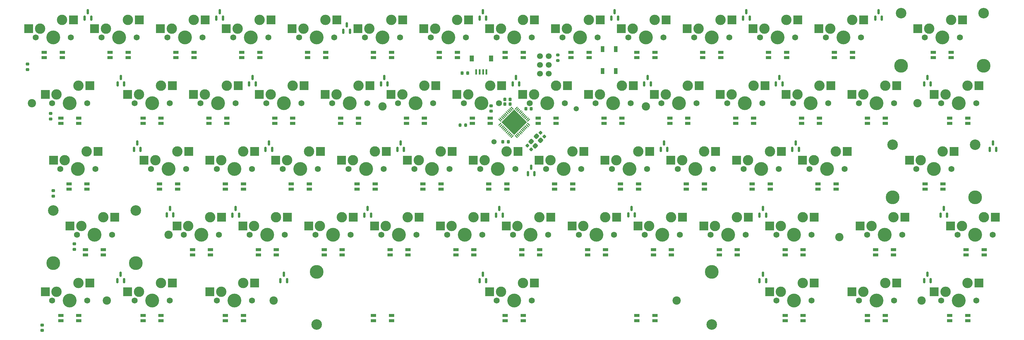
<source format=gbr>
%TF.GenerationSoftware,KiCad,Pcbnew,7.0.1*%
%TF.CreationDate,2023-04-25T19:54:35+02:00*%
%TF.ProjectId,pcb-hotswap,7063622d-686f-4747-9377-61702e6b6963,1.0*%
%TF.SameCoordinates,Original*%
%TF.FileFunction,Soldermask,Bot*%
%TF.FilePolarity,Negative*%
%FSLAX46Y46*%
G04 Gerber Fmt 4.6, Leading zero omitted, Abs format (unit mm)*
G04 Created by KiCad (PCBNEW 7.0.1) date 2023-04-25 19:54:35*
%MOMM*%
%LPD*%
G01*
G04 APERTURE LIST*
G04 Aperture macros list*
%AMRoundRect*
0 Rectangle with rounded corners*
0 $1 Rounding radius*
0 $2 $3 $4 $5 $6 $7 $8 $9 X,Y pos of 4 corners*
0 Add a 4 corners polygon primitive as box body*
4,1,4,$2,$3,$4,$5,$6,$7,$8,$9,$2,$3,0*
0 Add four circle primitives for the rounded corners*
1,1,$1+$1,$2,$3*
1,1,$1+$1,$4,$5*
1,1,$1+$1,$6,$7*
1,1,$1+$1,$8,$9*
0 Add four rect primitives between the rounded corners*
20,1,$1+$1,$2,$3,$4,$5,0*
20,1,$1+$1,$4,$5,$6,$7,0*
20,1,$1+$1,$6,$7,$8,$9,0*
20,1,$1+$1,$8,$9,$2,$3,0*%
%AMRotRect*
0 Rectangle, with rotation*
0 The origin of the aperture is its center*
0 $1 length*
0 $2 width*
0 $3 Rotation angle, in degrees counterclockwise*
0 Add horizontal line*
21,1,$1,$2,0,0,$3*%
G04 Aperture macros list end*
%ADD10C,1.750000*%
%ADD11C,3.000000*%
%ADD12C,4.000000*%
%ADD13R,2.550000X2.500000*%
%ADD14RoundRect,0.082000X-0.718000X0.328000X-0.718000X-0.328000X0.718000X-0.328000X0.718000X0.328000X0*%
%ADD15C,2.400000*%
%ADD16C,3.048000*%
%ADD17C,3.987800*%
%ADD18C,1.500000*%
%ADD19RoundRect,0.225000X-0.250000X0.225000X-0.250000X-0.225000X0.250000X-0.225000X0.250000X0.225000X0*%
%ADD20R,1.000000X1.700000*%
%ADD21RoundRect,0.150000X0.150000X-0.587500X0.150000X0.587500X-0.150000X0.587500X-0.150000X-0.587500X0*%
%ADD22RoundRect,0.225000X-0.225000X-0.250000X0.225000X-0.250000X0.225000X0.250000X-0.225000X0.250000X0*%
%ADD23RoundRect,0.225000X-0.335876X-0.017678X-0.017678X-0.335876X0.335876X0.017678X0.017678X0.335876X0*%
%ADD24RoundRect,0.225000X0.250000X-0.225000X0.250000X0.225000X-0.250000X0.225000X-0.250000X-0.225000X0*%
%ADD25RoundRect,0.200000X-0.200000X-0.275000X0.200000X-0.275000X0.200000X0.275000X-0.200000X0.275000X0*%
%ADD26RoundRect,0.062500X0.291682X0.380070X-0.380070X-0.291682X-0.291682X-0.380070X0.380070X0.291682X0*%
%ADD27RoundRect,0.062500X-0.291682X0.380070X-0.380070X0.291682X0.291682X-0.380070X0.380070X-0.291682X0*%
%ADD28RotRect,5.200000X5.200000X225.000000*%
%ADD29RoundRect,0.225000X0.225000X0.250000X-0.225000X0.250000X-0.225000X-0.250000X0.225000X-0.250000X0*%
%ADD30RoundRect,0.200000X0.275000X-0.200000X0.275000X0.200000X-0.275000X0.200000X-0.275000X-0.200000X0*%
%ADD31RoundRect,0.225000X0.335876X0.017678X0.017678X0.335876X-0.335876X-0.017678X-0.017678X-0.335876X0*%
%ADD32RoundRect,0.300000X0.070711X0.494975X-0.494975X-0.070711X-0.070711X-0.494975X0.494975X0.070711X0*%
%ADD33C,1.700000*%
%ADD34R,1.200000X1.800000*%
%ADD35R,0.600000X1.550000*%
G04 APERTURE END LIST*
D10*
%TO.C,MX11*%
X271145000Y-90487500D03*
D11*
X272415000Y-87947500D03*
D12*
X276225000Y-90487500D03*
D11*
X278765000Y-85407500D03*
D10*
X281305000Y-90487500D03*
D13*
X269140000Y-87947500D03*
X282067000Y-85407500D03*
%TD*%
D14*
%TO.C,D39*%
X287912500Y-132917499D03*
X287912500Y-134417499D03*
X293112500Y-134417499D03*
X293112500Y-132917499D03*
%TD*%
%TO.C,D3*%
X121225000Y-94817499D03*
X121225000Y-96317499D03*
X126425000Y-96317499D03*
X126425000Y-94817499D03*
%TD*%
%TO.C,D12*%
X292675000Y-94817499D03*
X292675000Y-96317499D03*
X297875000Y-96317499D03*
X297875000Y-94817499D03*
%TD*%
%TO.C,D60*%
X254575000Y-171017499D03*
X254575000Y-172517499D03*
X259775000Y-172517499D03*
X259775000Y-171017499D03*
%TD*%
D10*
%TO.C,MX60*%
X318770000Y-166687500D03*
D11*
X320040000Y-164147500D03*
D12*
X323850000Y-166687500D03*
D11*
X326390000Y-161607500D03*
D10*
X328930000Y-166687500D03*
D13*
X316765000Y-164147500D03*
X329692000Y-161607500D03*
%TD*%
D10*
%TO.C,MX56*%
X109220000Y-166687500D03*
D11*
X110490000Y-164147500D03*
D12*
X114300000Y-166687500D03*
D11*
X116840000Y-161607500D03*
D10*
X119380000Y-166687500D03*
D13*
X107215000Y-164147500D03*
X120142000Y-161607500D03*
%TD*%
D10*
%TO.C,MX13*%
X309245000Y-90487500D03*
D11*
X310515000Y-87947500D03*
D12*
X314325000Y-90487500D03*
D11*
X316865000Y-85407500D03*
D10*
X319405000Y-90487500D03*
D13*
X307240000Y-87947500D03*
X320167000Y-85407500D03*
%TD*%
D14*
%TO.C,D35*%
X211712500Y-132917499D03*
X211712500Y-134417499D03*
X216912500Y-134417499D03*
X216912500Y-132917499D03*
%TD*%
D10*
%TO.C,MX58*%
X213995000Y-166687500D03*
D11*
X215265000Y-164147500D03*
D12*
X219075000Y-166687500D03*
D11*
X221615000Y-161607500D03*
D10*
X224155000Y-166687500D03*
D13*
X211990000Y-164147500D03*
X224917000Y-161607500D03*
%TD*%
D10*
%TO.C,MX26*%
X299720000Y-109537500D03*
D11*
X300990000Y-106997500D03*
D12*
X304800000Y-109537500D03*
D11*
X307340000Y-104457500D03*
D10*
X309880000Y-109537500D03*
D13*
X297715000Y-106997500D03*
X310642000Y-104457500D03*
%TD*%
D14*
%TO.C,D46*%
X183137500Y-151967499D03*
X183137500Y-153467499D03*
X188337500Y-153467499D03*
X188337500Y-151967499D03*
%TD*%
%TO.C,D63*%
X345062500Y-171017499D03*
X345062500Y-172517499D03*
X350262500Y-172517499D03*
X350262500Y-171017499D03*
%TD*%
D10*
%TO.C,MX47*%
X199707500Y-147637500D03*
D11*
X200977500Y-145097500D03*
D12*
X204787500Y-147637500D03*
D11*
X207327500Y-142557500D03*
D10*
X209867500Y-147637500D03*
D13*
X197702500Y-145097500D03*
X210629500Y-142557500D03*
%TD*%
D15*
%TO.C,*%
X149450000Y-166682000D03*
%TD*%
D14*
%TO.C,D22*%
X226000000Y-113867499D03*
X226000000Y-115367499D03*
X231200000Y-115367499D03*
X231200000Y-113867499D03*
%TD*%
%TO.C,D30*%
X116462500Y-132917499D03*
X116462500Y-134417499D03*
X121662500Y-134417499D03*
X121662500Y-132917499D03*
%TD*%
D10*
%TO.C,MX54*%
X347345000Y-147637500D03*
D11*
X348615000Y-145097500D03*
D12*
X352425000Y-147637500D03*
D11*
X354965000Y-142557500D03*
D10*
X357505000Y-147637500D03*
D13*
X345340000Y-145097500D03*
X358267000Y-142557500D03*
%TD*%
D15*
%TO.C,*%
X119065000Y-147635000D03*
%TD*%
D14*
%TO.C,D43*%
X125987500Y-151967499D03*
X125987500Y-153467499D03*
X131187500Y-153467499D03*
X131187500Y-151967499D03*
%TD*%
%TO.C,D51*%
X278387500Y-151967499D03*
X278387500Y-153467499D03*
X283587500Y-153467499D03*
X283587500Y-151967499D03*
%TD*%
%TO.C,D13*%
X311725000Y-94817499D03*
X311725000Y-96317499D03*
X316925000Y-96317499D03*
X316925000Y-94817499D03*
%TD*%
%TO.C,D29*%
X90268750Y-132917499D03*
X90268750Y-134417499D03*
X95468750Y-134417499D03*
X95468750Y-132917499D03*
%TD*%
D10*
%TO.C,MX10*%
X252095000Y-90487500D03*
D11*
X253365000Y-87947500D03*
D12*
X257175000Y-90487500D03*
D11*
X259715000Y-85407500D03*
D10*
X262255000Y-90487500D03*
D13*
X250090000Y-87947500D03*
X263017000Y-85407500D03*
%TD*%
D10*
%TO.C,MX48*%
X218757500Y-147637500D03*
D11*
X220027500Y-145097500D03*
D12*
X223837500Y-147637500D03*
D11*
X226377500Y-142557500D03*
D10*
X228917500Y-147637500D03*
D13*
X216752500Y-145097500D03*
X229679500Y-142557500D03*
%TD*%
D10*
%TO.C,MX55*%
X85407500Y-166687500D03*
D11*
X86677500Y-164147500D03*
D12*
X90487500Y-166687500D03*
D11*
X93027500Y-161607500D03*
D10*
X95567500Y-166687500D03*
D13*
X83402500Y-164147500D03*
X96329500Y-161607500D03*
%TD*%
D10*
%TO.C,MX43*%
X123507500Y-147637500D03*
D11*
X124777500Y-145097500D03*
D12*
X128587500Y-147637500D03*
D11*
X131127500Y-142557500D03*
D10*
X133667500Y-147637500D03*
D13*
X121502500Y-145097500D03*
X134429500Y-142557500D03*
%TD*%
D16*
%TO.C,REF\u002A\u002A*%
X276225000Y-173672500D03*
D17*
X276225000Y-158432500D03*
D16*
X161925000Y-173672500D03*
D17*
X161925000Y-158432500D03*
%TD*%
D10*
%TO.C,MX33*%
X171132500Y-128587500D03*
D11*
X172402500Y-126047500D03*
D12*
X176212500Y-128587500D03*
D11*
X178752500Y-123507500D03*
D10*
X181292500Y-128587500D03*
D13*
X169127500Y-126047500D03*
X182054500Y-123507500D03*
%TD*%
D14*
%TO.C,D6*%
X178375000Y-94817499D03*
X178375000Y-96317499D03*
X183575000Y-96317499D03*
X183575000Y-94817499D03*
%TD*%
D16*
%TO.C,REF\u002A\u002A*%
X328580750Y-121602500D03*
D17*
X328580750Y-136842500D03*
D16*
X352456750Y-121602500D03*
D17*
X352456750Y-136842500D03*
%TD*%
D10*
%TO.C,MX24*%
X261620000Y-109537500D03*
D11*
X262890000Y-106997500D03*
D12*
X266700000Y-109537500D03*
D11*
X269240000Y-104457500D03*
D10*
X271780000Y-109537500D03*
D13*
X259615000Y-106997500D03*
X272542000Y-104457500D03*
%TD*%
D10*
%TO.C,MX41*%
X335438750Y-128587500D03*
D11*
X336708750Y-126047500D03*
D12*
X340518750Y-128587500D03*
D11*
X343058750Y-123507500D03*
D10*
X345598750Y-128587500D03*
D13*
X333433750Y-126047500D03*
X346360750Y-123507500D03*
%TD*%
D10*
%TO.C,MX9*%
X233045000Y-90487500D03*
D11*
X234315000Y-87947500D03*
D12*
X238125000Y-90487500D03*
D11*
X240665000Y-85407500D03*
D10*
X243205000Y-90487500D03*
D13*
X231040000Y-87947500D03*
X243967000Y-85407500D03*
%TD*%
D14*
%TO.C,D2*%
X102175000Y-94817499D03*
X102175000Y-96317499D03*
X107375000Y-96317499D03*
X107375000Y-94817499D03*
%TD*%
%TO.C,D24*%
X264100000Y-113867499D03*
X264100000Y-115367499D03*
X269300000Y-115367499D03*
X269300000Y-113867499D03*
%TD*%
%TO.C,D56*%
X111700000Y-171017499D03*
X111700000Y-172517499D03*
X116900000Y-172517499D03*
X116900000Y-171017499D03*
%TD*%
%TO.C,D41*%
X337918750Y-132917499D03*
X337918750Y-134417499D03*
X343118750Y-134417499D03*
X343118750Y-132917499D03*
%TD*%
D10*
%TO.C,MX30*%
X113982500Y-128587500D03*
D11*
X115252500Y-126047500D03*
D12*
X119062500Y-128587500D03*
D11*
X121602500Y-123507500D03*
D10*
X124142500Y-128587500D03*
D13*
X111977500Y-126047500D03*
X124904500Y-123507500D03*
%TD*%
D14*
%TO.C,D57*%
X135512500Y-171017499D03*
X135512500Y-172517499D03*
X140712500Y-172517499D03*
X140712500Y-171017499D03*
%TD*%
%TO.C,D11*%
X273625000Y-94817499D03*
X273625000Y-96317499D03*
X278825000Y-96317499D03*
X278825000Y-94817499D03*
%TD*%
D10*
%TO.C,MX50*%
X256857500Y-147637500D03*
D11*
X258127500Y-145097500D03*
D12*
X261937500Y-147637500D03*
D11*
X264477500Y-142557500D03*
D10*
X267017500Y-147637500D03*
D13*
X254852500Y-145097500D03*
X267779500Y-142557500D03*
%TD*%
D14*
%TO.C,D48*%
X221237500Y-151967499D03*
X221237500Y-153467499D03*
X226437500Y-153467499D03*
X226437500Y-151967499D03*
%TD*%
%TO.C,D38*%
X268862500Y-132917499D03*
X268862500Y-134417499D03*
X274062500Y-134417499D03*
X274062500Y-132917499D03*
%TD*%
D15*
%TO.C,*%
X336945000Y-166682000D03*
%TD*%
D10*
%TO.C,MX20*%
X185420000Y-109537500D03*
D11*
X186690000Y-106997500D03*
D12*
X190500000Y-109537500D03*
D11*
X193040000Y-104457500D03*
D10*
X195580000Y-109537500D03*
D13*
X183415000Y-106997500D03*
X196342000Y-104457500D03*
%TD*%
D14*
%TO.C,D14*%
X340300000Y-94817499D03*
X340300000Y-96317499D03*
X345500000Y-96317499D03*
X345500000Y-94817499D03*
%TD*%
D10*
%TO.C,MX25*%
X280670000Y-109537500D03*
D11*
X281940000Y-106997500D03*
D12*
X285750000Y-109537500D03*
D11*
X288290000Y-104457500D03*
D10*
X290830000Y-109537500D03*
D13*
X278665000Y-106997500D03*
X291592000Y-104457500D03*
%TD*%
D10*
%TO.C,MX2*%
X99695000Y-90487500D03*
D11*
X100965000Y-87947500D03*
D12*
X104775000Y-90487500D03*
D11*
X107315000Y-85407500D03*
D10*
X109855000Y-90487500D03*
D13*
X97690000Y-87947500D03*
X110617000Y-85407500D03*
%TD*%
D10*
%TO.C,MX34*%
X190182500Y-128587500D03*
D11*
X191452500Y-126047500D03*
D12*
X195262500Y-128587500D03*
D11*
X197802500Y-123507500D03*
D10*
X200342500Y-128587500D03*
D13*
X188177500Y-126047500D03*
X201104500Y-123507500D03*
%TD*%
D10*
%TO.C,MX3*%
X118745000Y-90487500D03*
D11*
X120015000Y-87947500D03*
D12*
X123825000Y-90487500D03*
D11*
X126365000Y-85407500D03*
D10*
X128905000Y-90487500D03*
D13*
X116740000Y-87947500D03*
X129667000Y-85407500D03*
%TD*%
D14*
%TO.C,D21*%
X206950000Y-113867499D03*
X206950000Y-115367499D03*
X212150000Y-115367499D03*
X212150000Y-113867499D03*
%TD*%
%TO.C,D58*%
X178375000Y-171017499D03*
X178375000Y-172517499D03*
X183575000Y-172517499D03*
X183575000Y-171017499D03*
%TD*%
%TO.C,D62*%
X321250000Y-171017499D03*
X321250000Y-172517499D03*
X326450000Y-172517499D03*
X326450000Y-171017499D03*
%TD*%
D10*
%TO.C,MX53*%
X321151250Y-147637500D03*
D11*
X322421250Y-145097500D03*
D12*
X326231250Y-147637500D03*
D11*
X328771250Y-142557500D03*
D10*
X331311250Y-147637500D03*
D13*
X319146250Y-145097500D03*
X332073250Y-142557500D03*
%TD*%
D10*
%TO.C,MX21*%
X204470000Y-109537500D03*
D11*
X205740000Y-106997500D03*
D12*
X209550000Y-109537500D03*
D11*
X212090000Y-104457500D03*
D10*
X214630000Y-109537500D03*
D13*
X202465000Y-106997500D03*
X215392000Y-104457500D03*
%TD*%
D10*
%TO.C,MX31*%
X133032500Y-128587500D03*
D11*
X134302500Y-126047500D03*
D12*
X138112500Y-128587500D03*
D11*
X140652500Y-123507500D03*
D10*
X143192500Y-128587500D03*
D13*
X131027500Y-126047500D03*
X143954500Y-123507500D03*
%TD*%
D10*
%TO.C,MX7*%
X194945000Y-90487500D03*
D11*
X196215000Y-87947500D03*
D12*
X200025000Y-90487500D03*
D11*
X202565000Y-85407500D03*
D10*
X205105000Y-90487500D03*
D13*
X192940000Y-87947500D03*
X205867000Y-85407500D03*
%TD*%
D14*
%TO.C,D16*%
X111700000Y-113867499D03*
X111700000Y-115367499D03*
X116900000Y-115367499D03*
X116900000Y-113867499D03*
%TD*%
D10*
%TO.C,MX15*%
X85407500Y-109537500D03*
D11*
X86677500Y-106997500D03*
D12*
X90487500Y-109537500D03*
D11*
X93027500Y-104457500D03*
D10*
X95567500Y-109537500D03*
D13*
X83402500Y-106997500D03*
X96329500Y-104457500D03*
%TD*%
D14*
%TO.C,D45*%
X164087500Y-151967499D03*
X164087500Y-153467499D03*
X169287500Y-153467499D03*
X169287500Y-151967499D03*
%TD*%
D10*
%TO.C,MX38*%
X266382500Y-128587500D03*
D11*
X267652500Y-126047500D03*
D12*
X271462500Y-128587500D03*
D11*
X274002500Y-123507500D03*
D10*
X276542500Y-128587500D03*
D13*
X264377500Y-126047500D03*
X277304500Y-123507500D03*
%TD*%
D15*
%TO.C,*%
X313130000Y-148295000D03*
%TD*%
D16*
%TO.C,REF\u002A\u002A*%
X85693250Y-140652500D03*
D17*
X85693250Y-155892500D03*
D16*
X109569250Y-140652500D03*
D17*
X109569250Y-155892500D03*
%TD*%
D10*
%TO.C,MX42*%
X92551250Y-147637500D03*
D11*
X93821250Y-145097500D03*
D12*
X97631250Y-147637500D03*
D11*
X100171250Y-142557500D03*
D10*
X102711250Y-147637500D03*
D13*
X90546250Y-145097500D03*
X103473250Y-142557500D03*
%TD*%
D14*
%TO.C,D61*%
X297437500Y-171017499D03*
X297437500Y-172517499D03*
X302637500Y-172517499D03*
X302637500Y-171017499D03*
%TD*%
D10*
%TO.C,MX52*%
X294957500Y-147637500D03*
D11*
X296227500Y-145097500D03*
D12*
X300037500Y-147637500D03*
D11*
X302577500Y-142557500D03*
D10*
X305117500Y-147637500D03*
D13*
X292952500Y-145097500D03*
X305879500Y-142557500D03*
%TD*%
D14*
%TO.C,D19*%
X168850000Y-113867499D03*
X168850000Y-115367499D03*
X174050000Y-115367499D03*
X174050000Y-113867499D03*
%TD*%
%TO.C,D27*%
X321250000Y-113867499D03*
X321250000Y-115367499D03*
X326450000Y-115367499D03*
X326450000Y-113867499D03*
%TD*%
D10*
%TO.C,MX35*%
X209232500Y-128587500D03*
D11*
X210502500Y-126047500D03*
D12*
X214312500Y-128587500D03*
D11*
X216852500Y-123507500D03*
D10*
X219392500Y-128587500D03*
D13*
X207227500Y-126047500D03*
X220154500Y-123507500D03*
%TD*%
D14*
%TO.C,D55*%
X87887500Y-171017499D03*
X87887500Y-172517499D03*
X93087500Y-172517499D03*
X93087500Y-171017499D03*
%TD*%
D16*
%TO.C,REF\u002A\u002A*%
X330962000Y-83502500D03*
D17*
X330962000Y-98742500D03*
D16*
X354838000Y-83502500D03*
D17*
X354838000Y-98742500D03*
%TD*%
D14*
%TO.C,D54*%
X349825000Y-151967499D03*
X349825000Y-153467499D03*
X355025000Y-153467499D03*
X355025000Y-151967499D03*
%TD*%
D10*
%TO.C,MX46*%
X180657500Y-147637500D03*
D11*
X181927500Y-145097500D03*
D12*
X185737500Y-147637500D03*
D11*
X188277500Y-142557500D03*
D10*
X190817500Y-147637500D03*
D13*
X178652500Y-145097500D03*
X191579500Y-142557500D03*
%TD*%
D10*
%TO.C,MX29*%
X87788750Y-128587500D03*
D11*
X89058750Y-126047500D03*
D12*
X92868750Y-128587500D03*
D11*
X95408750Y-123507500D03*
D10*
X97948750Y-128587500D03*
D13*
X85783750Y-126047500D03*
X98710750Y-123507500D03*
%TD*%
D14*
%TO.C,D47*%
X202187500Y-151967499D03*
X202187500Y-153467499D03*
X207387500Y-153467499D03*
X207387500Y-151967499D03*
%TD*%
D10*
%TO.C,MX8*%
X213995000Y-90487500D03*
D11*
X215265000Y-87947500D03*
D12*
X219075000Y-90487500D03*
D11*
X221615000Y-85407500D03*
D10*
X224155000Y-90487500D03*
D13*
X211990000Y-87947500D03*
X224917000Y-85407500D03*
%TD*%
D14*
%TO.C,D7*%
X197425000Y-94817499D03*
X197425000Y-96317499D03*
X202625000Y-96317499D03*
X202625000Y-94817499D03*
%TD*%
D10*
%TO.C,MX61*%
X342582500Y-166687500D03*
D11*
X343852500Y-164147500D03*
D12*
X347662500Y-166687500D03*
D11*
X350202500Y-161607500D03*
D10*
X352742500Y-166687500D03*
D13*
X340577500Y-164147500D03*
X353504500Y-161607500D03*
%TD*%
D14*
%TO.C,D49*%
X240287500Y-151967499D03*
X240287500Y-153467499D03*
X245487500Y-153467499D03*
X245487500Y-151967499D03*
%TD*%
%TO.C,D26*%
X302200000Y-113867499D03*
X302200000Y-115367499D03*
X307400000Y-115367499D03*
X307400000Y-113867499D03*
%TD*%
%TO.C,D53*%
X323631250Y-151967499D03*
X323631250Y-153467499D03*
X328831250Y-153467499D03*
X328831250Y-151967499D03*
%TD*%
%TO.C,D34*%
X192662500Y-132917499D03*
X192662500Y-134417499D03*
X197862500Y-134417499D03*
X197862500Y-132917499D03*
%TD*%
%TO.C,D5*%
X159325000Y-94817499D03*
X159325000Y-96317499D03*
X164525000Y-96317499D03*
X164525000Y-94817499D03*
%TD*%
D10*
%TO.C,MX16*%
X109220000Y-109537500D03*
D11*
X110490000Y-106997500D03*
D12*
X114300000Y-109537500D03*
D11*
X116840000Y-104457500D03*
D10*
X119380000Y-109537500D03*
D13*
X107215000Y-106997500D03*
X120142000Y-104457500D03*
%TD*%
D14*
%TO.C,D18*%
X149800000Y-113867499D03*
X149800000Y-115367499D03*
X155000000Y-115367499D03*
X155000000Y-113867499D03*
%TD*%
D10*
%TO.C,MX57*%
X133032500Y-166687500D03*
D11*
X134302500Y-164147500D03*
D12*
X138112500Y-166687500D03*
D11*
X140652500Y-161607500D03*
D10*
X143192500Y-166687500D03*
D13*
X131027500Y-164147500D03*
X143954500Y-161607500D03*
%TD*%
D10*
%TO.C,MX37*%
X247332500Y-128587500D03*
D11*
X248602500Y-126047500D03*
D12*
X252412500Y-128587500D03*
D11*
X254952500Y-123507500D03*
D10*
X257492500Y-128587500D03*
D13*
X245327500Y-126047500D03*
X258254500Y-123507500D03*
%TD*%
D14*
%TO.C,D8*%
X216475000Y-94817499D03*
X216475000Y-96317499D03*
X221675000Y-96317499D03*
X221675000Y-94817499D03*
%TD*%
%TO.C,D50*%
X259337500Y-151967499D03*
X259337500Y-153467499D03*
X264537500Y-153467499D03*
X264537500Y-151967499D03*
%TD*%
D10*
%TO.C,MX5*%
X156845000Y-90487500D03*
D11*
X158115000Y-87947500D03*
D12*
X161925000Y-90487500D03*
D11*
X164465000Y-85407500D03*
D10*
X167005000Y-90487500D03*
D13*
X154840000Y-87947500D03*
X167767000Y-85407500D03*
%TD*%
D14*
%TO.C,D33*%
X173612500Y-132917499D03*
X173612500Y-134417499D03*
X178812500Y-134417499D03*
X178812500Y-132917499D03*
%TD*%
D15*
%TO.C,*%
X335755000Y-109531000D03*
%TD*%
D14*
%TO.C,D42*%
X95031250Y-151967499D03*
X95031250Y-153467499D03*
X100231250Y-153467499D03*
X100231250Y-151967499D03*
%TD*%
%TO.C,D32*%
X154562500Y-132917499D03*
X154562500Y-134417499D03*
X159762500Y-134417499D03*
X159762500Y-132917499D03*
%TD*%
D10*
%TO.C,MX1*%
X80645000Y-90487500D03*
D11*
X81915000Y-87947500D03*
D12*
X85725000Y-90487500D03*
D11*
X88265000Y-85407500D03*
D10*
X90805000Y-90487500D03*
D13*
X78640000Y-87947500D03*
X91567000Y-85407500D03*
%TD*%
D10*
%TO.C,MX23*%
X242570000Y-109537500D03*
D11*
X243840000Y-106997500D03*
D12*
X247650000Y-109537500D03*
D11*
X250190000Y-104457500D03*
D10*
X252730000Y-109537500D03*
D13*
X240565000Y-106997500D03*
X253492000Y-104457500D03*
%TD*%
D10*
%TO.C,MX19*%
X166370000Y-109537500D03*
D11*
X167640000Y-106997500D03*
D12*
X171450000Y-109537500D03*
D11*
X173990000Y-104457500D03*
D10*
X176530000Y-109537500D03*
D13*
X164365000Y-106997500D03*
X177292000Y-104457500D03*
%TD*%
D10*
%TO.C,MX18*%
X147320000Y-109537500D03*
D11*
X148590000Y-106997500D03*
D12*
X152400000Y-109537500D03*
D11*
X154940000Y-104457500D03*
D10*
X157480000Y-109537500D03*
D13*
X145315000Y-106997500D03*
X158242000Y-104457500D03*
%TD*%
D10*
%TO.C,MX12*%
X290195000Y-90487500D03*
D11*
X291465000Y-87947500D03*
D12*
X295275000Y-90487500D03*
D11*
X297815000Y-85407500D03*
D10*
X300355000Y-90487500D03*
D13*
X288190000Y-87947500D03*
X301117000Y-85407500D03*
%TD*%
D14*
%TO.C,D36*%
X230762500Y-132917499D03*
X230762500Y-134417499D03*
X235962500Y-134417499D03*
X235962500Y-132917499D03*
%TD*%
D10*
%TO.C,MX51*%
X275907500Y-147637500D03*
D11*
X277177500Y-145097500D03*
D12*
X280987500Y-147637500D03*
D11*
X283527500Y-142557500D03*
D10*
X286067500Y-147637500D03*
D13*
X273902500Y-145097500D03*
X286829500Y-142557500D03*
%TD*%
D10*
%TO.C,MX44*%
X142557500Y-147637500D03*
D11*
X143827500Y-145097500D03*
D12*
X147637500Y-147637500D03*
D11*
X150177500Y-142557500D03*
D10*
X152717500Y-147637500D03*
D13*
X140552500Y-145097500D03*
X153479500Y-142557500D03*
%TD*%
D14*
%TO.C,D20*%
X187900000Y-113867499D03*
X187900000Y-115367499D03*
X193100000Y-115367499D03*
X193100000Y-113867499D03*
%TD*%
D15*
%TO.C,*%
X101207000Y-166686000D03*
%TD*%
D14*
%TO.C,D23*%
X245050000Y-113867499D03*
X245050000Y-115367499D03*
X250250000Y-115367499D03*
X250250000Y-113867499D03*
%TD*%
D10*
%TO.C,MX22*%
X223520000Y-109537500D03*
D11*
X224790000Y-106997500D03*
D12*
X228600000Y-109537500D03*
D11*
X231140000Y-104457500D03*
D10*
X233680000Y-109537500D03*
D13*
X221515000Y-106997500D03*
X234442000Y-104457500D03*
%TD*%
D14*
%TO.C,D31*%
X135512500Y-132917499D03*
X135512500Y-134417499D03*
X140712500Y-134417499D03*
X140712500Y-132917499D03*
%TD*%
D15*
%TO.C,*%
X79575000Y-109536000D03*
%TD*%
D14*
%TO.C,D59*%
X216475000Y-171017499D03*
X216475000Y-172517499D03*
X221675000Y-172517499D03*
X221675000Y-171017499D03*
%TD*%
D10*
%TO.C,MX49*%
X237807500Y-147637500D03*
D11*
X239077500Y-145097500D03*
D12*
X242887500Y-147637500D03*
D11*
X245427500Y-142557500D03*
D10*
X247967500Y-147637500D03*
D13*
X235802500Y-145097500D03*
X248729500Y-142557500D03*
%TD*%
D14*
%TO.C,D4*%
X140275000Y-94817499D03*
X140275000Y-96317499D03*
X145475000Y-96317499D03*
X145475000Y-94817499D03*
%TD*%
D10*
%TO.C,MX27*%
X318770000Y-109537500D03*
D11*
X320040000Y-106997500D03*
D12*
X323850000Y-109537500D03*
D11*
X326390000Y-104457500D03*
D10*
X328930000Y-109537500D03*
D13*
X316765000Y-106997500D03*
X329692000Y-104457500D03*
%TD*%
D14*
%TO.C,D25*%
X283150000Y-113867499D03*
X283150000Y-115367499D03*
X288350000Y-115367499D03*
X288350000Y-113867499D03*
%TD*%
%TO.C,D17*%
X130750000Y-113867499D03*
X130750000Y-115367499D03*
X135950000Y-115367499D03*
X135950000Y-113867499D03*
%TD*%
D15*
%TO.C,*%
X180947000Y-110469000D03*
%TD*%
D10*
%TO.C,MX39*%
X285432500Y-128587500D03*
D11*
X286702500Y-126047500D03*
D12*
X290512500Y-128587500D03*
D11*
X293052500Y-123507500D03*
D10*
X295592500Y-128587500D03*
D13*
X283427500Y-126047500D03*
X296354500Y-123507500D03*
%TD*%
D10*
%TO.C,MX28*%
X342582500Y-109537500D03*
D11*
X343852500Y-106997500D03*
D12*
X347662500Y-109537500D03*
D11*
X350202500Y-104457500D03*
D10*
X352742500Y-109537500D03*
D13*
X340577500Y-106997500D03*
X353504500Y-104457500D03*
%TD*%
D15*
%TO.C,*%
X257182000Y-110453000D03*
%TD*%
D14*
%TO.C,D40*%
X306962500Y-132917499D03*
X306962500Y-134417499D03*
X312162500Y-134417499D03*
X312162500Y-132917499D03*
%TD*%
%TO.C,D28*%
X345062500Y-113867499D03*
X345062500Y-115367499D03*
X350262500Y-115367499D03*
X350262500Y-113867499D03*
%TD*%
%TO.C,D52*%
X297437500Y-151967499D03*
X297437500Y-153467499D03*
X302637500Y-153467499D03*
X302637500Y-151967499D03*
%TD*%
D10*
%TO.C,MX40*%
X304482500Y-128587500D03*
D11*
X305752500Y-126047500D03*
D12*
X309562500Y-128587500D03*
D11*
X312102500Y-123507500D03*
D10*
X314642500Y-128587500D03*
D13*
X302477500Y-126047500D03*
X315404500Y-123507500D03*
%TD*%
D10*
%TO.C,MX14*%
X337820000Y-90487500D03*
D11*
X339090000Y-87947500D03*
D12*
X342900000Y-90487500D03*
D11*
X345440000Y-85407500D03*
D10*
X347980000Y-90487500D03*
D13*
X335815000Y-87947500D03*
X348742000Y-85407500D03*
%TD*%
D14*
%TO.C,D37*%
X249812500Y-132917499D03*
X249812500Y-134417499D03*
X255012500Y-134417499D03*
X255012500Y-132917499D03*
%TD*%
%TO.C,D1*%
X83125000Y-94817499D03*
X83125000Y-96317499D03*
X88325000Y-96317499D03*
X88325000Y-94817499D03*
%TD*%
D10*
%TO.C,MX59*%
X294957500Y-166687500D03*
D11*
X296227500Y-164147500D03*
D12*
X300037500Y-166687500D03*
D11*
X302577500Y-161607500D03*
D10*
X305117500Y-166687500D03*
D13*
X292952500Y-164147500D03*
X305879500Y-161607500D03*
%TD*%
D14*
%TO.C,D15*%
X87887500Y-113867499D03*
X87887500Y-115367499D03*
X93087500Y-115367499D03*
X93087500Y-113867499D03*
%TD*%
D10*
%TO.C,MX4*%
X137795000Y-90487500D03*
D11*
X139065000Y-87947500D03*
D12*
X142875000Y-90487500D03*
D11*
X145415000Y-85407500D03*
D10*
X147955000Y-90487500D03*
D13*
X135790000Y-87947500D03*
X148717000Y-85407500D03*
%TD*%
D14*
%TO.C,D10*%
X254575000Y-94817499D03*
X254575000Y-96317499D03*
X259775000Y-96317499D03*
X259775000Y-94817499D03*
%TD*%
D10*
%TO.C,MX6*%
X175895000Y-90487500D03*
D11*
X177165000Y-87947500D03*
D12*
X180975000Y-90487500D03*
D11*
X183515000Y-85407500D03*
D10*
X186055000Y-90487500D03*
D13*
X173890000Y-87947500D03*
X186817000Y-85407500D03*
%TD*%
D14*
%TO.C,D44*%
X145037500Y-151967499D03*
X145037500Y-153467499D03*
X150237500Y-153467499D03*
X150237500Y-151967499D03*
%TD*%
D15*
%TO.C,*%
X266094000Y-166681000D03*
%TD*%
D14*
%TO.C,D9*%
X235525000Y-94817499D03*
X235525000Y-96317499D03*
X240725000Y-96317499D03*
X240725000Y-94817499D03*
%TD*%
D10*
%TO.C,MX32*%
X152082500Y-128587500D03*
D11*
X153352500Y-126047500D03*
D12*
X157162500Y-128587500D03*
D11*
X159702500Y-123507500D03*
D10*
X162242500Y-128587500D03*
D13*
X150077500Y-126047500D03*
X163004500Y-123507500D03*
%TD*%
D10*
%TO.C,MX17*%
X128270000Y-109537500D03*
D11*
X129540000Y-106997500D03*
D12*
X133350000Y-109537500D03*
D11*
X135890000Y-104457500D03*
D10*
X138430000Y-109537500D03*
D13*
X126265000Y-106997500D03*
X139192000Y-104457500D03*
%TD*%
D10*
%TO.C,MX45*%
X161607500Y-147637500D03*
D11*
X162877500Y-145097500D03*
D12*
X166687500Y-147637500D03*
D11*
X169227500Y-142557500D03*
D10*
X171767500Y-147637500D03*
D13*
X159602500Y-145097500D03*
X172529500Y-142557500D03*
%TD*%
D10*
%TO.C,MX36*%
X228282500Y-128587500D03*
D11*
X229552500Y-126047500D03*
D12*
X233362500Y-128587500D03*
D11*
X235902500Y-123507500D03*
D10*
X238442500Y-128587500D03*
D13*
X226277500Y-126047500D03*
X239204500Y-123507500D03*
%TD*%
D18*
%TO.C,PB0*%
X237019000Y-111140000D03*
%TD*%
D19*
%TO.C,C12*%
X84980000Y-112535000D03*
X84980000Y-114085000D03*
%TD*%
D20*
%TO.C,SW1*%
X248480000Y-100210000D03*
X248480000Y-93910000D03*
X244680000Y-100210000D03*
X244680000Y-93910000D03*
%TD*%
D21*
%TO.C,D81*%
X224950000Y-129937500D03*
X223050000Y-129937500D03*
X224000000Y-128062500D03*
%TD*%
D22*
%TO.C,C5*%
X215785000Y-120710000D03*
X217335000Y-120710000D03*
%TD*%
D21*
%TO.C,D83*%
X301432000Y-122937500D03*
X299532000Y-122937500D03*
X300482000Y-121062500D03*
%TD*%
%TO.C,D72*%
X144300000Y-103937500D03*
X142400000Y-103937500D03*
X143350000Y-102062500D03*
%TD*%
%TO.C,D65*%
X134804000Y-84937500D03*
X132904000Y-84937500D03*
X133854000Y-83062500D03*
%TD*%
%TO.C,D64*%
X96696000Y-84937500D03*
X94796000Y-84937500D03*
X95746000Y-83062500D03*
%TD*%
D23*
%TO.C,C6*%
X226721992Y-118091992D03*
X227818008Y-119188008D03*
%TD*%
D24*
%TO.C,C10*%
X82490000Y-175335000D03*
X82490000Y-173785000D03*
%TD*%
D21*
%TO.C,D77*%
X339584000Y-103937500D03*
X337684000Y-103937500D03*
X338634000Y-102062500D03*
%TD*%
%TO.C,D91*%
X344306000Y-141937500D03*
X342406000Y-141937500D03*
X343356000Y-140062500D03*
%TD*%
%TO.C,D67*%
X210950000Y-84937500D03*
X209050000Y-84937500D03*
X210000000Y-83062500D03*
%TD*%
%TO.C,D87*%
X177627000Y-141937500D03*
X175727000Y-141937500D03*
X176677000Y-140062500D03*
%TD*%
D18*
%TO.C,PF7*%
X213215000Y-120713000D03*
%TD*%
D21*
%TO.C,D93*%
X153360000Y-160937500D03*
X151460000Y-160937500D03*
X152410000Y-159062500D03*
%TD*%
%TO.C,D94*%
X210947000Y-160937500D03*
X209047000Y-160937500D03*
X209997000Y-159062500D03*
%TD*%
%TO.C,D73*%
X182409000Y-103937500D03*
X180509000Y-103937500D03*
X181459000Y-102062500D03*
%TD*%
%TO.C,D70*%
X325450000Y-84937500D03*
X323550000Y-84937500D03*
X324500000Y-83062500D03*
%TD*%
%TO.C,D66*%
X171565000Y-88727500D03*
X169665000Y-88727500D03*
X170615000Y-86852500D03*
%TD*%
D22*
%TO.C,C2*%
X216365000Y-108430000D03*
X217915000Y-108430000D03*
%TD*%
D21*
%TO.C,D68*%
X249087000Y-84937500D03*
X247187000Y-84937500D03*
X248137000Y-83062500D03*
%TD*%
D25*
%TO.C,R4*%
X203385000Y-115930000D03*
X205035000Y-115930000D03*
%TD*%
D21*
%TO.C,D76*%
X296694000Y-103937500D03*
X294794000Y-103937500D03*
X295744000Y-102062500D03*
%TD*%
%TO.C,D80*%
X187154000Y-122937500D03*
X185254000Y-122937500D03*
X186204000Y-121062500D03*
%TD*%
%TO.C,D86*%
X139450000Y-141937500D03*
X137550000Y-141937500D03*
X138500000Y-140062500D03*
%TD*%
D26*
%TO.C,U1*%
X219667202Y-110966014D03*
X220020755Y-111319568D03*
X220374309Y-111673121D03*
X220727862Y-112026674D03*
X221081415Y-112380228D03*
X221434969Y-112733781D03*
X221788522Y-113087335D03*
X222142076Y-113440888D03*
X222495629Y-113794441D03*
X222849182Y-114147995D03*
X223202736Y-114501548D03*
D27*
X223202736Y-115685952D03*
X222849182Y-116039505D03*
X222495629Y-116393059D03*
X222142076Y-116746612D03*
X221788522Y-117100165D03*
X221434969Y-117453719D03*
X221081415Y-117807272D03*
X220727862Y-118160826D03*
X220374309Y-118514379D03*
X220020755Y-118867932D03*
X219667202Y-119221486D03*
D26*
X218482798Y-119221486D03*
X218129245Y-118867932D03*
X217775691Y-118514379D03*
X217422138Y-118160826D03*
X217068585Y-117807272D03*
X216715031Y-117453719D03*
X216361478Y-117100165D03*
X216007924Y-116746612D03*
X215654371Y-116393059D03*
X215300818Y-116039505D03*
X214947264Y-115685952D03*
D27*
X214947264Y-114501548D03*
X215300818Y-114147995D03*
X215654371Y-113794441D03*
X216007924Y-113440888D03*
X216361478Y-113087335D03*
X216715031Y-112733781D03*
X217068585Y-112380228D03*
X217422138Y-112026674D03*
X217775691Y-111673121D03*
X218129245Y-111319568D03*
X218482798Y-110966014D03*
D28*
X219075000Y-115093750D03*
%TD*%
D21*
%TO.C,D69*%
X287186000Y-84937500D03*
X285286000Y-84937500D03*
X286236000Y-83062500D03*
%TD*%
D22*
%TO.C,C1*%
X204024830Y-100812583D03*
X205574830Y-100812583D03*
%TD*%
D21*
%TO.C,D74*%
X220546000Y-103937500D03*
X218646000Y-103937500D03*
X219596000Y-102062500D03*
%TD*%
%TO.C,D85*%
X120450000Y-141906500D03*
X118550000Y-141906500D03*
X119500000Y-140031500D03*
%TD*%
%TO.C,D79*%
X149035000Y-122937500D03*
X147135000Y-122937500D03*
X148085000Y-121062500D03*
%TD*%
D29*
%TO.C,C8*%
X223985000Y-111150000D03*
X222435000Y-111150000D03*
%TD*%
D24*
%TO.C,C13*%
X85710000Y-136445000D03*
X85710000Y-134895000D03*
%TD*%
D22*
%TO.C,C3*%
X216376000Y-109820000D03*
X217926000Y-109820000D03*
%TD*%
D21*
%TO.C,D89*%
X253950000Y-141885500D03*
X252050000Y-141885500D03*
X253000000Y-140010500D03*
%TD*%
%TO.C,D88*%
X215739000Y-141937500D03*
X213839000Y-141937500D03*
X214789000Y-140062500D03*
%TD*%
%TO.C,D75*%
X258591000Y-103937500D03*
X256691000Y-103937500D03*
X257641000Y-102062500D03*
%TD*%
D19*
%TO.C,C9*%
X91790000Y-150295000D03*
X91790000Y-151845000D03*
%TD*%
D21*
%TO.C,D95*%
X291945000Y-160937500D03*
X290045000Y-160937500D03*
X290995000Y-159062500D03*
%TD*%
D19*
%TO.C,C11*%
X78260000Y-98245000D03*
X78260000Y-99795000D03*
%TD*%
D21*
%TO.C,D82*%
X263345000Y-122937500D03*
X261445000Y-122937500D03*
X262395000Y-121062500D03*
%TD*%
%TO.C,D96*%
X339587000Y-160937500D03*
X337687000Y-160937500D03*
X338637000Y-159062500D03*
%TD*%
%TO.C,D71*%
X106216000Y-103937500D03*
X104316000Y-103937500D03*
X105266000Y-102062500D03*
%TD*%
%TO.C,D90*%
X291950000Y-141937500D03*
X290050000Y-141937500D03*
X291000000Y-140062500D03*
%TD*%
%TO.C,D84*%
X358550000Y-122937500D03*
X356650000Y-122937500D03*
X357600000Y-121062500D03*
%TD*%
D30*
%TO.C,R3*%
X231670000Y-97225000D03*
X231670000Y-95575000D03*
%TD*%
D21*
%TO.C,D92*%
X106168000Y-160937500D03*
X104268000Y-160937500D03*
X105218000Y-159062500D03*
%TD*%
D31*
%TO.C,C7*%
X223958008Y-122908008D03*
X222861992Y-121811992D03*
%TD*%
D32*
%TO.C,Y1*%
X226703858Y-120323223D03*
X225148223Y-121878858D03*
X223946142Y-120676777D03*
X225501777Y-119121142D03*
%TD*%
D21*
%TO.C,D78*%
X110950000Y-122937500D03*
X109050000Y-122937500D03*
X110000000Y-121062500D03*
%TD*%
D33*
%TO.C,J1*%
X229090000Y-95940000D03*
X226550000Y-95940000D03*
X229090000Y-98480000D03*
X226550000Y-98480000D03*
X229090000Y-101020000D03*
X226550000Y-101020000D03*
%TD*%
D34*
%TO.C,J2*%
X206760000Y-96600000D03*
X212360000Y-96600000D03*
D35*
X208060000Y-100475000D03*
X209060000Y-100475000D03*
X210060000Y-100475000D03*
X211060000Y-100475000D03*
%TD*%
D19*
%TO.C,C4*%
X212360000Y-110285000D03*
X212360000Y-111835000D03*
%TD*%
M02*

</source>
